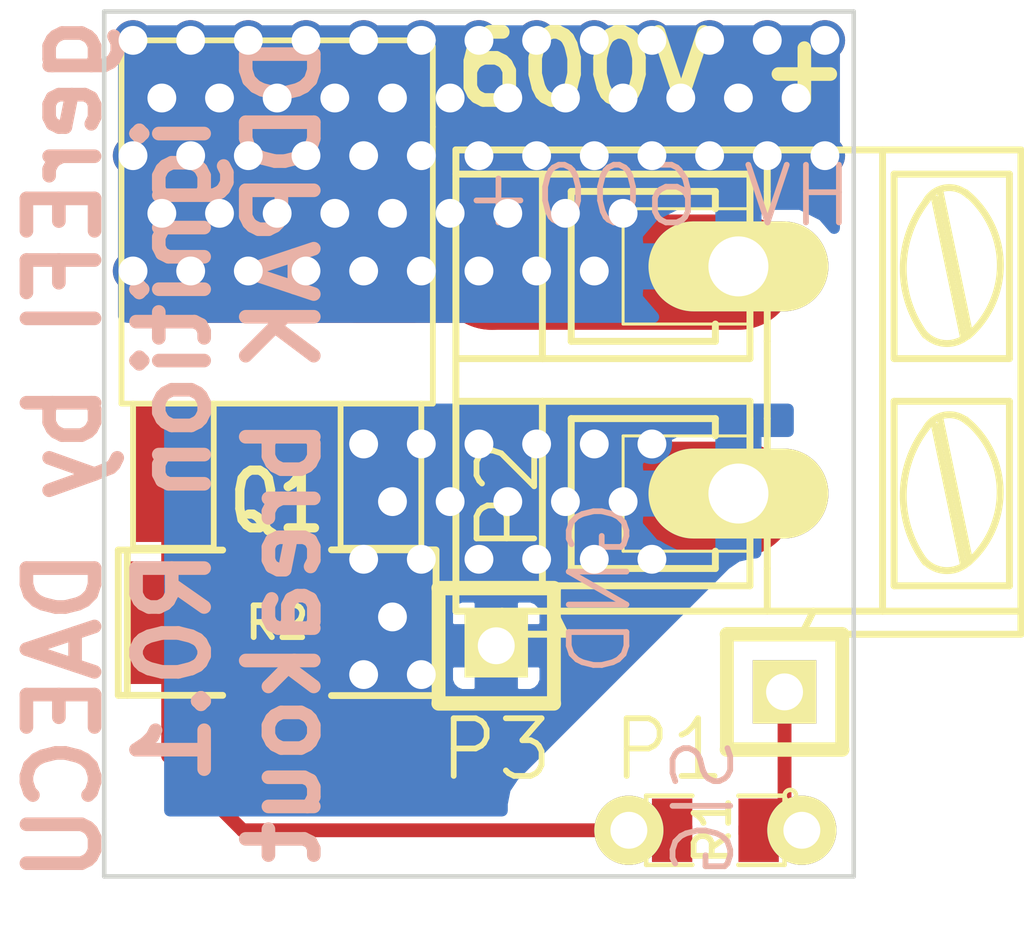
<source format=kicad_pcb>
(kicad_pcb (version 3) (host pcbnew "(2013-07-07 BZR 4022)-stable")

  (general
    (links 11)
    (no_connects 0)
    (area 200.225429 155.709477 231.089201 180.234166)
    (thickness 1.6)
    (drawings 13)
    (tracks 188)
    (zones 0)
    (modules 6)
    (nets 5)
  )

  (page A)
  (title_block 
    (title "DDPAK breakout")
    (rev R0.1)
    (company gerEFI)
  )

  (layers
    (15 F.Cu signal)
    (0 B.Cu signal)
    (16 B.Adhes user)
    (17 F.Adhes user)
    (18 B.Paste user)
    (19 F.Paste user)
    (20 B.SilkS user)
    (21 F.SilkS user)
    (22 B.Mask user)
    (23 F.Mask user)
    (24 Dwgs.User user)
    (25 Cmts.User user)
    (26 Eco1.User user)
    (27 Eco2.User user)
    (28 Edge.Cuts user)
  )

  (setup
    (last_trace_width 0.3048)
    (trace_clearance 0.3048)
    (zone_clearance 0.254)
    (zone_45_only no)
    (trace_min 0.254)
    (segment_width 0.2)
    (edge_width 0.1)
    (via_size 0.889)
    (via_drill 0.635)
    (via_min_size 0.889)
    (via_min_drill 0.508)
    (uvia_size 0.508)
    (uvia_drill 0.127)
    (uvias_allowed no)
    (uvia_min_size 0.508)
    (uvia_min_drill 0.127)
    (pcb_text_width 0.3)
    (pcb_text_size 1.5 1.5)
    (mod_edge_width 0.15)
    (mod_text_size 1 1)
    (mod_text_width 0.15)
    (pad_size 1.5 1.5)
    (pad_drill 0.6)
    (pad_to_mask_clearance 0)
    (aux_axis_origin 0 0)
    (visible_elements 7FFFFF3F)
    (pcbplotparams
      (layerselection 3178497)
      (usegerberextensions true)
      (excludeedgelayer true)
      (linewidth 0.150000)
      (plotframeref false)
      (viasonmask false)
      (mode 1)
      (useauxorigin false)
      (hpglpennumber 1)
      (hpglpenspeed 20)
      (hpglpendiameter 15)
      (hpglpenoverlay 2)
      (psnegative false)
      (psa4output false)
      (plotreference true)
      (plotvalue true)
      (plotothertext true)
      (plotinvisibletext false)
      (padsonsilk false)
      (subtractmaskfromsilk false)
      (outputformat 1)
      (mirror false)
      (drillshape 1)
      (scaleselection 1)
      (outputdirectory ""))
  )

  (net 0 "")
  (net 1 /GND)
  (net 2 /HV)
  (net 3 /SIG)
  (net 4 /SIG2)

  (net_class Default "This is the default net class."
    (clearance 0.3048)
    (trace_width 0.3048)
    (via_dia 0.889)
    (via_drill 0.635)
    (uvia_dia 0.508)
    (uvia_drill 0.127)
    (add_net "")
    (add_net /GND)
    (add_net /HV)
    (add_net /SIG)
    (add_net /SIG2)
  )

  (net_class FAT ""
    (clearance 1.7526)
    (trace_width 2.54)
    (via_dia 0.889)
    (via_drill 0.635)
    (uvia_dia 0.508)
    (uvia_drill 0.127)
  )

  (net_class MIN ""
    (clearance 2.54)
    (trace_width 0.3048)
    (via_dia 0.889)
    (via_drill 0.635)
    (uvia_dia 0.508)
    (uvia_drill 0.127)
  )

  (module SM0805_jumper (layer F.Cu) (tedit 53B680BA) (tstamp 544A797B)
    (at 221.742 176.784 180)
    (path /54499D02)
    (attr smd)
    (fp_text reference R1 (at 0.0635 0 270) (layer F.SilkS)
      (effects (font (size 0.762 0.762) (thickness 0.127)))
    )
    (fp_text value 1K (at 0 1.27 180) (layer F.SilkS) hide
      (effects (font (size 0.50038 0.50038) (thickness 0.10922)))
    )
    (fp_circle (center -1.651 0.762) (end -1.651 0.635) (layer F.SilkS) (width 0.09906))
    (fp_line (start -0.508 0.762) (end -1.524 0.762) (layer F.SilkS) (width 0.09906))
    (fp_line (start -1.524 0.762) (end -1.524 -0.762) (layer F.SilkS) (width 0.09906))
    (fp_line (start -1.524 -0.762) (end -0.508 -0.762) (layer F.SilkS) (width 0.09906))
    (fp_line (start 0.508 -0.762) (end 1.524 -0.762) (layer F.SilkS) (width 0.09906))
    (fp_line (start 1.524 -0.762) (end 1.524 0.762) (layer F.SilkS) (width 0.09906))
    (fp_line (start 1.524 0.762) (end 0.508 0.762) (layer F.SilkS) (width 0.09906))
    (pad 2 smd rect (at 1.27 0 180) (size 1.524 0.2032)
      (layers F.Cu F.Paste F.Mask)
      (net 4 /SIG2)
    )
    (pad 1 smd rect (at -0.9525 0 180) (size 0.889 1.397)
      (layers F.Cu F.Paste F.Mask)
      (net 3 /SIG)
    )
    (pad 2 smd rect (at 0.9525 0 180) (size 0.889 1.397)
      (layers F.Cu F.Paste F.Mask)
      (net 4 /SIG2)
    )
    (pad 2 thru_hole circle (at 1.905 0 180) (size 1.524 1.524) (drill 0.8128)
      (layers *.Cu *.Mask F.SilkS)
      (net 4 /SIG2)
    )
    (pad 1 thru_hole circle (at -1.905 0 180) (size 1.524 1.524) (drill 0.8128)
      (layers *.Cu *.Mask F.SilkS)
      (net 3 /SIG)
    )
    (pad 1 smd rect (at -1.27 0 180) (size 1.524 0.2032)
      (layers F.Cu F.Paste F.Mask)
      (net 3 /SIG)
    )
    (model smd/chip_cms.wrl
      (at (xyz 0 0 0))
      (scale (xyz 0.1 0.1 0.1))
      (rotate (xyz 0 0 0))
    )
  )

  (module DPAK2 (layer F.Cu) (tedit 5449A3A9) (tstamp 5449C06D)
    (at 212.09 168.91)
    (descr "MOS boitier DPACK G-D-S")
    (tags "CMD DPACK")
    (path /5498B4BA)
    (attr smd)
    (fp_text reference Q1 (at 0 0.635) (layer F.SilkS)
      (effects (font (size 1.27 1.016) (thickness 0.2032)))
    )
    (fp_text value IRGS14C40L (at 0 -2.413) (layer F.SilkS) hide
      (effects (font (size 1.016 1.016) (thickness 0.2032)))
    )
    (fp_line (start 1.397 -1.524) (end 1.397 1.651) (layer F.SilkS) (width 0.127))
    (fp_line (start 1.397 1.651) (end 3.175 1.651) (layer F.SilkS) (width 0.127))
    (fp_line (start 3.175 1.651) (end 3.175 -1.524) (layer F.SilkS) (width 0.127))
    (fp_line (start -3.175 -1.524) (end -3.175 1.651) (layer F.SilkS) (width 0.127))
    (fp_line (start -3.175 1.651) (end -1.397 1.651) (layer F.SilkS) (width 0.127))
    (fp_line (start -1.397 1.651) (end -1.397 -1.524) (layer F.SilkS) (width 0.127))
    (fp_line (start 3.429 -7.62) (end 3.429 -1.524) (layer F.SilkS) (width 0.127))
    (fp_line (start 3.429 -1.524) (end -3.429 -1.524) (layer F.SilkS) (width 0.127))
    (fp_line (start -3.429 -1.524) (end -3.429 -9.398) (layer F.SilkS) (width 0.127))
    (fp_line (start -3.429 -9.525) (end 3.429 -9.525) (layer F.SilkS) (width 0.127))
    (fp_line (start 3.429 -9.398) (end 3.429 -7.62) (layer F.SilkS) (width 0.127))
    (pad 1 smd rect (at -2.286 0) (size 1.651 3.048)
      (layers F.Cu F.Paste F.Mask)
      (net 4 /SIG2)
    )
    (pad 2 smd rect (at 0 -6.35) (size 6.096 6.096)
      (layers F.Cu F.Paste F.Mask)
      (net 2 /HV)
    )
    (pad 3 smd rect (at 2.286 0) (size 1.651 3.048)
      (layers F.Cu F.Paste F.Mask)
      (net 1 /GND)
    )
    (model smd/dpack_2.wrl
      (at (xyz 0 0 0))
      (scale (xyz 1 1 1))
      (rotate (xyz 0 0 0))
    )
  )

  (module AK300-2 (layer F.Cu) (tedit 544A157D) (tstamp 544A2601)
    (at 222.25 166.878 270)
    (descr CONNECTOR)
    (tags CONNECTOR)
    (path /5449A1BA)
    (attr virtual)
    (fp_text reference P2 (at 2.54 5.08 270) (layer F.SilkS)
      (effects (font (size 1.27 1.27) (thickness 0.127)))
    )
    (fp_text value CONN_2 (at 0.254 7.747 270) (layer F.SilkS) hide
      (effects (font (size 1.778 1.778) (thickness 0.0889)))
    )
    (fp_line (start -3.7846 2.54) (end -1.2446 2.54) (layer F.SilkS) (width 0.06604))
    (fp_line (start -1.2446 2.54) (end -1.2446 -0.254) (layer F.SilkS) (width 0.06604))
    (fp_line (start -3.7846 -0.254) (end -1.2446 -0.254) (layer F.SilkS) (width 0.06604))
    (fp_line (start -3.7846 2.54) (end -3.7846 -0.254) (layer F.SilkS) (width 0.06604))
    (fp_line (start 1.2192 2.54) (end 3.7592 2.54) (layer F.SilkS) (width 0.06604))
    (fp_line (start 3.7592 2.54) (end 3.7592 -0.254) (layer F.SilkS) (width 0.06604))
    (fp_line (start 1.2192 -0.254) (end 3.7592 -0.254) (layer F.SilkS) (width 0.06604))
    (fp_line (start 1.2192 2.54) (end 1.2192 -0.254) (layer F.SilkS) (width 0.06604))
    (fp_line (start 5.08 -6.223) (end 5.08 -3.175) (layer F.SilkS) (width 0.1524))
    (fp_line (start 5.08 -6.223) (end -5.08 -6.223) (layer F.SilkS) (width 0.1524))
    (fp_line (start 5.08 -6.223) (end 5.588 -6.223) (layer F.SilkS) (width 0.1524))
    (fp_line (start 5.588 -6.223) (end 5.588 -1.397) (layer F.SilkS) (width 0.1524))
    (fp_line (start 5.588 -1.397) (end 5.08 -1.651) (layer F.SilkS) (width 0.1524))
    (fp_line (start 5.588 5.461) (end 5.08 5.207) (layer F.SilkS) (width 0.1524))
    (fp_line (start 5.08 5.207) (end 5.08 6.223) (layer F.SilkS) (width 0.1524))
    (fp_line (start 5.588 3.81) (end 5.08 4.064) (layer F.SilkS) (width 0.1524))
    (fp_line (start 5.08 4.064) (end 5.08 5.207) (layer F.SilkS) (width 0.1524))
    (fp_line (start 5.588 3.81) (end 5.588 5.461) (layer F.SilkS) (width 0.1524))
    (fp_line (start 0.4572 6.223) (end 0.4572 4.318) (layer F.SilkS) (width 0.1524))
    (fp_line (start 4.5212 -0.254) (end 4.5212 4.318) (layer F.SilkS) (width 0.1524))
    (fp_line (start 0.4572 6.223) (end 4.5212 6.223) (layer F.SilkS) (width 0.1524))
    (fp_line (start 4.5212 6.223) (end 5.08 6.223) (layer F.SilkS) (width 0.1524))
    (fp_line (start -0.4826 6.223) (end -0.4826 4.318) (layer F.SilkS) (width 0.1524))
    (fp_line (start -0.4826 6.223) (end 0.4572 6.223) (layer F.SilkS) (width 0.1524))
    (fp_line (start -4.5466 -0.254) (end -4.5466 4.318) (layer F.SilkS) (width 0.1524))
    (fp_line (start -5.08 6.223) (end -4.5466 6.223) (layer F.SilkS) (width 0.1524))
    (fp_line (start -4.5466 6.223) (end -0.4826 6.223) (layer F.SilkS) (width 0.1524))
    (fp_line (start 0.4572 4.318) (end 4.5212 4.318) (layer F.SilkS) (width 0.1524))
    (fp_line (start 0.4572 4.318) (end 0.4572 -0.254) (layer F.SilkS) (width 0.1524))
    (fp_line (start 4.5212 4.318) (end 4.5212 6.223) (layer F.SilkS) (width 0.1524))
    (fp_line (start -0.4826 4.318) (end -4.5466 4.318) (layer F.SilkS) (width 0.1524))
    (fp_line (start -0.4826 4.318) (end -0.4826 -0.254) (layer F.SilkS) (width 0.1524))
    (fp_line (start -4.5466 4.318) (end -4.5466 6.223) (layer F.SilkS) (width 0.1524))
    (fp_line (start 4.1402 3.683) (end 4.1402 0.508) (layer F.SilkS) (width 0.1524))
    (fp_line (start 4.1402 3.683) (end 0.8382 3.683) (layer F.SilkS) (width 0.1524))
    (fp_line (start 0.8382 3.683) (end 0.8382 0.508) (layer F.SilkS) (width 0.1524))
    (fp_line (start -0.8636 3.683) (end -0.8636 0.508) (layer F.SilkS) (width 0.1524))
    (fp_line (start -0.8636 3.683) (end -4.1656 3.683) (layer F.SilkS) (width 0.1524))
    (fp_line (start -4.1656 3.683) (end -4.1656 0.508) (layer F.SilkS) (width 0.1524))
    (fp_line (start -4.1656 0.508) (end -3.7846 0.508) (layer F.SilkS) (width 0.1524))
    (fp_line (start -0.8636 0.508) (end -1.2446 0.508) (layer F.SilkS) (width 0.1524))
    (fp_line (start 0.8382 0.508) (end 1.2192 0.508) (layer F.SilkS) (width 0.1524))
    (fp_line (start 4.1402 0.508) (end 3.7592 0.508) (layer F.SilkS) (width 0.1524))
    (fp_line (start -5.08 6.223) (end -5.08 -0.635) (layer F.SilkS) (width 0.1524))
    (fp_line (start -5.08 -0.635) (end -5.08 -3.175) (layer F.SilkS) (width 0.1524))
    (fp_line (start 5.08 -1.651) (end 5.08 -0.635) (layer F.SilkS) (width 0.1524))
    (fp_line (start 5.08 -0.635) (end 5.08 4.064) (layer F.SilkS) (width 0.1524))
    (fp_line (start -5.08 -3.175) (end 5.08 -3.175) (layer F.SilkS) (width 0.1524))
    (fp_line (start -5.08 -3.175) (end -5.08 -6.223) (layer F.SilkS) (width 0.1524))
    (fp_line (start 5.08 -3.175) (end 5.08 -1.651) (layer F.SilkS) (width 0.1524))
    (fp_line (start 0.4572 -3.429) (end 0.4572 -5.969) (layer F.SilkS) (width 0.1524))
    (fp_line (start 0.4572 -5.969) (end 4.5212 -5.969) (layer F.SilkS) (width 0.1524))
    (fp_line (start 4.5212 -5.969) (end 4.5212 -3.429) (layer F.SilkS) (width 0.1524))
    (fp_line (start 4.5212 -3.429) (end 0.4572 -3.429) (layer F.SilkS) (width 0.1524))
    (fp_line (start -0.4826 -3.429) (end -0.4826 -5.969) (layer F.SilkS) (width 0.1524))
    (fp_line (start -0.4826 -3.429) (end -4.5466 -3.429) (layer F.SilkS) (width 0.1524))
    (fp_line (start -4.5466 -3.429) (end -4.5466 -5.969) (layer F.SilkS) (width 0.1524))
    (fp_line (start -0.4826 -5.969) (end -4.5466 -5.969) (layer F.SilkS) (width 0.1524))
    (fp_line (start 0.8636 -4.445) (end 3.9116 -5.08) (layer F.SilkS) (width 0.1524))
    (fp_line (start 0.9906 -4.318) (end 4.0386 -4.953) (layer F.SilkS) (width 0.1524))
    (fp_line (start -4.1402 -4.445) (end -1.08966 -5.08) (layer F.SilkS) (width 0.1524))
    (fp_line (start -4.0132 -4.318) (end -0.9652 -4.953) (layer F.SilkS) (width 0.1524))
    (fp_line (start -4.5466 -0.254) (end -4.1656 -0.254) (layer F.SilkS) (width 0.1524))
    (fp_line (start -0.4826 -0.254) (end -0.8636 -0.254) (layer F.SilkS) (width 0.1524))
    (fp_line (start -0.8636 -0.254) (end -4.1656 -0.254) (layer F.SilkS) (width 0.1524))
    (fp_line (start -5.08 -0.635) (end -4.1656 -0.635) (layer F.SilkS) (width 0.1524))
    (fp_line (start -4.1656 -0.635) (end -0.8636 -0.635) (layer F.SilkS) (width 0.1524))
    (fp_line (start -0.8636 -0.635) (end 0.8382 -0.635) (layer F.SilkS) (width 0.1524))
    (fp_line (start 5.08 -0.635) (end 4.1402 -0.635) (layer F.SilkS) (width 0.1524))
    (fp_line (start 4.1402 -0.635) (end 0.8382 -0.635) (layer F.SilkS) (width 0.1524))
    (fp_line (start 4.5212 -0.254) (end 4.1402 -0.254) (layer F.SilkS) (width 0.1524))
    (fp_line (start 0.4572 -0.254) (end 0.8382 -0.254) (layer F.SilkS) (width 0.1524))
    (fp_line (start 0.8382 -0.254) (end 4.1402 -0.254) (layer F.SilkS) (width 0.1524))
    (fp_arc (start 3.5052 -4.59486) (end 4.01066 -5.05206) (angle 90.5) (layer F.SilkS) (width 0.1524))
    (fp_arc (start 2.54 -6.0706) (end 4.00304 -4.11734) (angle 75.5) (layer F.SilkS) (width 0.1524))
    (fp_arc (start 2.46126 -3.7084) (end 0.8636 -5.0038) (angle 100) (layer F.SilkS) (width 0.1524))
    (fp_arc (start 1.3462 -4.64566) (end 1.05664 -4.1275) (angle 104.2) (layer F.SilkS) (width 0.1524))
    (fp_arc (start -1.4986 -4.59486) (end -0.9906 -5.05206) (angle 90.5) (layer F.SilkS) (width 0.1524))
    (fp_arc (start -2.46126 -6.0706) (end -0.99822 -4.11734) (angle 75.5) (layer F.SilkS) (width 0.1524))
    (fp_arc (start -2.53746 -3.7084) (end -4.1402 -5.0038) (angle 100) (layer F.SilkS) (width 0.1524))
    (fp_arc (start -3.6576 -4.64566) (end -3.94462 -4.1275) (angle 104.2) (layer F.SilkS) (width 0.1524))
    (pad 1 thru_hole oval (at -2.5146 0 270) (size 1.9812 3.9624) (drill 1.3208)
      (layers *.Cu F.Paste F.SilkS F.Mask)
      (net 2 /HV)
    )
    (pad 2 thru_hole oval (at 2.4892 0 270) (size 1.9812 3.9624) (drill 1.3208)
      (layers *.Cu F.Paste F.SilkS F.Mask)
      (net 1 /GND)
    )
  )

  (module SM2010 (layer F.Cu) (tedit 544A1B10) (tstamp 5449C04A)
    (at 212.09 172.212)
    (tags "CMS SM")
    (path /54499C42)
    (attr smd)
    (fp_text reference R2 (at 0 0) (layer F.SilkS)
      (effects (font (size 0.70104 0.70104) (thickness 0.127)))
    )
    (fp_text value 100K (at 0 0.8) (layer F.SilkS) hide
      (effects (font (size 0.70104 0.70104) (thickness 0.127)))
    )
    (fp_line (start -3.3 -1.6) (end -3.3 1.6) (layer F.SilkS) (width 0.15))
    (fp_line (start 3.50012 -1.6002) (end 3.50012 1.6002) (layer F.SilkS) (width 0.15))
    (fp_line (start -3.5 -1.6) (end -3.5 1.6) (layer F.SilkS) (width 0.15))
    (fp_line (start 1.19634 1.60528) (end 3.48234 1.60528) (layer F.SilkS) (width 0.15))
    (fp_line (start 3.48234 -1.60528) (end 1.19634 -1.60528) (layer F.SilkS) (width 0.15))
    (fp_line (start -1.2 -1.6) (end -3.5 -1.6) (layer F.SilkS) (width 0.15))
    (fp_line (start -3.5 1.6) (end -1.2 1.6) (layer F.SilkS) (width 0.15))
    (pad 1 smd rect (at -2.4003 0) (size 1.80086 2.70002)
      (layers F.Cu F.Paste F.Mask)
      (net 4 /SIG2)
    )
    (pad 2 smd rect (at 2.4003 0) (size 1.80086 2.70002)
      (layers F.Cu F.Paste F.Mask)
      (net 1 /GND)
    )
    (model smd\chip_smd_pol_wide.wrl
      (at (xyz 0 0 0))
      (scale (xyz 0.35 0.35 0.35))
      (rotate (xyz 0 0 0))
    )
  )

  (module SIL-1 (layer F.Cu) (tedit 544A1D71) (tstamp 544A798F)
    (at 216.916 172.72)
    (descr "Connecteurs 1 pin")
    (tags "CONN DEV")
    (path /544A1CD8)
    (fp_text reference P3 (at 0 2.286) (layer F.SilkS)
      (effects (font (size 1.27 1.27) (thickness 0.127)))
    )
    (fp_text value CONN_1 (at 0 -2.54) (layer F.SilkS) hide
      (effects (font (size 1.524 1.016) (thickness 0.254)))
    )
    (fp_line (start -1.27 1.27) (end 1.27 1.27) (layer F.SilkS) (width 0.3175))
    (fp_line (start -1.27 -1.27) (end 1.27 -1.27) (layer F.SilkS) (width 0.3175))
    (fp_line (start -1.27 1.27) (end -1.27 -1.27) (layer F.SilkS) (width 0.3048))
    (fp_line (start 1.27 -1.27) (end 1.27 1.27) (layer F.SilkS) (width 0.3048))
    (pad 1 thru_hole rect (at 0 0) (size 1.397 1.397) (drill 0.8128)
      (layers *.Cu *.Mask F.SilkS)
      (net 1 /GND)
    )
  )

  (module SIL-1 (layer F.Cu) (tedit 544A1F68) (tstamp 544A7985)
    (at 223.266 173.736 180)
    (descr "Connecteurs 1 pin")
    (tags "CONN DEV")
    (path /544A1CBF)
    (fp_text reference P1 (at 2.54 -1.27 180) (layer F.SilkS)
      (effects (font (size 1.27 1.27) (thickness 0.127)))
    )
    (fp_text value CONN_1 (at 0 -2.54 180) (layer F.SilkS) hide
      (effects (font (size 1.524 1.016) (thickness 0.254)))
    )
    (fp_line (start -1.27 1.27) (end 1.27 1.27) (layer F.SilkS) (width 0.3175))
    (fp_line (start -1.27 -1.27) (end 1.27 -1.27) (layer F.SilkS) (width 0.3175))
    (fp_line (start -1.27 1.27) (end -1.27 -1.27) (layer F.SilkS) (width 0.3048))
    (fp_line (start 1.27 -1.27) (end 1.27 1.27) (layer F.SilkS) (width 0.3048))
    (pad 1 thru_hole rect (at 0 0 180) (size 1.397 1.397) (drill 0.8128)
      (layers *.Cu *.Mask F.SilkS)
      (net 3 /SIG)
    )
  )

  (gr_text "HV 600+" (at 220.472 162.814) (layer B.SilkS)
    (effects (font (size 1.27 1.27) (thickness 0.127)) (justify mirror))
  )
  (gr_text SIG (at 221.488 176.276 90) (layer B.SilkS)
    (effects (font (size 1.27 1.27) (thickness 0.127)) (justify mirror))
  )
  (gr_text GND (at 219.202 171.45 90) (layer B.SilkS)
    (effects (font (size 1.27 1.27) (thickness 0.127)) (justify mirror))
  )
  (gr_text "gerEFI by DAECU\nignition R0.1\nDDPAK breakout\n" (at 209.804 168.402 90) (layer B.SilkS)
    (effects (font (size 1.5 1.5) (thickness 0.3)) (justify mirror))
  )
  (gr_line (start 208.28 177.8) (end 208.28 177.038) (angle 90) (layer Edge.Cuts) (width 0.1))
  (gr_line (start 224.79 177.8) (end 224.79 177.038) (angle 90) (layer Edge.Cuts) (width 0.1))
  (gr_line (start 208.28 176.53) (end 208.28 177.038) (angle 90) (layer Edge.Cuts) (width 0.1))
  (gr_line (start 224.79 176.53) (end 224.79 177.038) (angle 90) (layer Edge.Cuts) (width 0.1))
  (gr_text "600V +" (at 220.345 160.02) (layer F.SilkS)
    (effects (font (size 1.5 1.5) (thickness 0.3)))
  )
  (gr_line (start 224.79 177.8) (end 208.28 177.8) (angle 90) (layer Edge.Cuts) (width 0.1))
  (gr_line (start 224.79 158.75) (end 224.79 176.53) (angle 90) (layer Edge.Cuts) (width 0.1))
  (gr_line (start 208.28 158.75) (end 224.79 158.75) (angle 90) (layer Edge.Cuts) (width 0.1))
  (gr_line (start 208.28 176.53) (end 208.28 158.75) (angle 90) (layer Edge.Cuts) (width 0.1))

  (segment (start 222.25 169.3672) (end 215.0872 169.3672) (width 0.3048) (layer B.Cu) (net 1))
  (segment (start 215.0872 169.3672) (end 213.995 168.275) (width 0.3048) (layer B.Cu) (net 1) (tstamp 544A7AE7))
  (via (at 213.995 168.275) (size 0.889) (layers F.Cu B.Cu) (net 1))
  (segment (start 213.995 168.275) (end 215.265 168.275) (width 0.3048) (layer F.Cu) (net 1) (tstamp 544A7AE9))
  (via (at 215.265 168.275) (size 0.889) (layers F.Cu B.Cu) (net 1))
  (segment (start 215.265 168.275) (end 216.535 168.275) (width 0.3048) (layer B.Cu) (net 1) (tstamp 544A7AEC))
  (via (at 216.535 168.275) (size 0.889) (layers F.Cu B.Cu) (net 1))
  (segment (start 216.535 168.275) (end 217.805 168.275) (width 0.3048) (layer F.Cu) (net 1) (tstamp 544A7AEF))
  (via (at 217.805 168.275) (size 0.889) (layers F.Cu B.Cu) (net 1))
  (segment (start 217.805 168.275) (end 219.075 168.275) (width 0.3048) (layer B.Cu) (net 1) (tstamp 544A7AF2))
  (via (at 219.075 168.275) (size 0.889) (layers F.Cu B.Cu) (net 1))
  (segment (start 219.075 168.275) (end 220.345 168.275) (width 0.3048) (layer F.Cu) (net 1) (tstamp 544A7AF5))
  (via (at 220.345 168.275) (size 0.889) (layers F.Cu B.Cu) (net 1))
  (segment (start 220.345 168.275) (end 219.71 168.91) (width 0.3048) (layer B.Cu) (net 1) (tstamp 544A7AF8))
  (segment (start 219.71 168.91) (end 219.71 169.545) (width 0.3048) (layer B.Cu) (net 1) (tstamp 544A7AF9))
  (via (at 219.71 169.545) (size 0.889) (layers F.Cu B.Cu) (net 1))
  (segment (start 219.71 169.545) (end 218.44 169.545) (width 0.3048) (layer F.Cu) (net 1) (tstamp 544A7AFB))
  (via (at 218.44 169.545) (size 0.889) (layers F.Cu B.Cu) (net 1))
  (segment (start 218.44 169.545) (end 217.17 169.545) (width 0.3048) (layer B.Cu) (net 1) (tstamp 544A7AFE))
  (via (at 217.17 169.545) (size 0.889) (layers F.Cu B.Cu) (net 1))
  (segment (start 217.17 169.545) (end 215.9 169.545) (width 0.3048) (layer F.Cu) (net 1) (tstamp 544A7B01))
  (via (at 215.9 169.545) (size 0.889) (layers F.Cu B.Cu) (net 1))
  (segment (start 215.9 169.545) (end 214.63 169.545) (width 0.3048) (layer B.Cu) (net 1) (tstamp 544A7B04))
  (via (at 214.63 169.545) (size 0.889) (layers F.Cu B.Cu) (net 1))
  (segment (start 214.63 169.545) (end 213.995 170.18) (width 0.3048) (layer F.Cu) (net 1) (tstamp 544A7B07))
  (segment (start 213.995 170.18) (end 213.995 170.815) (width 0.3048) (layer F.Cu) (net 1) (tstamp 544A7B08))
  (via (at 213.995 170.815) (size 0.889) (layers F.Cu B.Cu) (net 1))
  (segment (start 213.995 170.815) (end 215.265 170.815) (width 0.3048) (layer B.Cu) (net 1) (tstamp 544A7B0A))
  (via (at 215.265 170.815) (size 0.889) (layers F.Cu B.Cu) (net 1))
  (segment (start 215.265 170.815) (end 216.535 170.815) (width 0.3048) (layer F.Cu) (net 1) (tstamp 544A7B0D))
  (via (at 216.535 170.815) (size 0.889) (layers F.Cu B.Cu) (net 1))
  (segment (start 216.535 170.815) (end 217.805 170.815) (width 0.3048) (layer B.Cu) (net 1) (tstamp 544A7B10))
  (via (at 217.805 170.815) (size 0.889) (layers F.Cu B.Cu) (net 1))
  (segment (start 217.805 170.815) (end 219.075 170.815) (width 0.3048) (layer F.Cu) (net 1) (tstamp 544A7B13))
  (via (at 219.075 170.815) (size 0.889) (layers F.Cu B.Cu) (net 1))
  (segment (start 219.075 170.815) (end 220.345 170.815) (width 0.3048) (layer B.Cu) (net 1) (tstamp 544A7B16))
  (via (at 220.345 170.815) (size 0.889) (layers F.Cu B.Cu) (net 1))
  (segment (start 220.345 170.815) (end 215.265 170.815) (width 0.3048) (layer F.Cu) (net 1) (tstamp 544A7B19))
  (segment (start 215.265 170.815) (end 214.63 171.45) (width 0.3048) (layer F.Cu) (net 1) (tstamp 544A7B1A))
  (segment (start 214.63 171.45) (end 214.63 172.085) (width 0.3048) (layer F.Cu) (net 1) (tstamp 544A7B1B))
  (via (at 214.63 172.085) (size 0.889) (layers F.Cu B.Cu) (net 1))
  (segment (start 214.63 172.085) (end 213.995 172.72) (width 0.3048) (layer B.Cu) (net 1) (tstamp 544A7B1D))
  (segment (start 213.995 172.72) (end 213.995 173.355) (width 0.3048) (layer B.Cu) (net 1) (tstamp 544A7B1E))
  (via (at 213.995 173.355) (size 0.889) (layers F.Cu B.Cu) (net 1))
  (segment (start 213.995 173.355) (end 215.265 173.355) (width 0.3048) (layer F.Cu) (net 1) (tstamp 544A7B21))
  (via (at 215.265 173.355) (size 0.889) (layers F.Cu B.Cu) (net 1))
  (segment (start 216.916 172.72) (end 214.9983 172.72) (width 0.3048) (layer F.Cu) (net 1))
  (segment (start 214.9983 172.72) (end 214.4903 172.212) (width 0.3048) (layer F.Cu) (net 1) (tstamp 544A7A2A))
  (segment (start 222.25 169.4942) (end 214.9602 169.4942) (width 2.54) (layer F.Cu) (net 1))
  (segment (start 214.9602 169.4942) (end 214.376 168.91) (width 2.54) (layer F.Cu) (net 1) (tstamp 544A26A4))
  (segment (start 214.4903 172.212) (end 214.4903 169.0243) (width 0.3048) (layer F.Cu) (net 1))
  (segment (start 214.4903 169.0243) (end 214.376 168.91) (width 0.3048) (layer F.Cu) (net 1) (tstamp 544A77FE))
  (segment (start 212.09 162.56) (end 212.725 162.56) (width 0.3048) (layer F.Cu) (net 2))
  (segment (start 212.725 162.56) (end 213.36 163.195) (width 0.3048) (layer F.Cu) (net 2) (tstamp 544A7AD1))
  (via (at 213.36 163.195) (size 0.889) (layers F.Cu B.Cu) (net 2))
  (segment (start 213.36 163.195) (end 212.09 163.195) (width 0.3048) (layer B.Cu) (net 2) (tstamp 544A7AD3))
  (via (at 212.09 163.195) (size 0.889) (layers F.Cu B.Cu) (net 2))
  (segment (start 212.09 163.195) (end 213.36 164.465) (width 0.3048) (layer F.Cu) (net 2) (tstamp 544A7AD6))
  (segment (start 213.36 164.465) (end 213.995 164.465) (width 0.3048) (layer F.Cu) (net 2) (tstamp 544A7AD7))
  (via (at 213.995 164.465) (size 0.889) (layers F.Cu B.Cu) (net 2))
  (segment (start 213.995 164.465) (end 215.265 164.465) (width 0.3048) (layer B.Cu) (net 2) (tstamp 544A7AD9))
  (via (at 215.265 164.465) (size 0.889) (layers F.Cu B.Cu) (net 2))
  (segment (start 215.265 164.465) (end 216.535 164.465) (width 0.3048) (layer F.Cu) (net 2) (tstamp 544A7ADC))
  (via (at 216.535 164.465) (size 0.889) (layers F.Cu B.Cu) (net 2))
  (segment (start 216.535 164.465) (end 217.805 164.465) (width 0.3048) (layer B.Cu) (net 2) (tstamp 544A7ADF))
  (via (at 217.805 164.465) (size 0.889) (layers F.Cu B.Cu) (net 2))
  (segment (start 217.805 164.465) (end 219.075 164.465) (width 0.3048) (layer F.Cu) (net 2) (tstamp 544A7AE2))
  (via (at 219.075 164.465) (size 0.889) (layers F.Cu B.Cu) (net 2))
  (segment (start 208.915 161.925) (end 208.915 162.56) (width 0.3048) (layer F.Cu) (net 2))
  (segment (start 208.915 162.56) (end 209.55 163.195) (width 0.3048) (layer F.Cu) (net 2) (tstamp 544A7ABB))
  (via (at 209.55 163.195) (size 0.889) (layers F.Cu B.Cu) (net 2))
  (segment (start 209.55 163.195) (end 210.82 163.195) (width 0.3048) (layer B.Cu) (net 2) (tstamp 544A7ABD))
  (via (at 210.82 163.195) (size 0.889) (layers F.Cu B.Cu) (net 2))
  (segment (start 210.82 163.195) (end 209.55 164.465) (width 0.3048) (layer F.Cu) (net 2) (tstamp 544A7AC0))
  (segment (start 209.55 164.465) (end 208.915 164.465) (width 0.3048) (layer F.Cu) (net 2) (tstamp 544A7AC1))
  (via (at 208.915 164.465) (size 0.889) (layers F.Cu B.Cu) (net 2))
  (segment (start 208.915 164.465) (end 210.185 164.465) (width 0.3048) (layer B.Cu) (net 2) (tstamp 544A7AC3))
  (via (at 210.185 164.465) (size 0.889) (layers F.Cu B.Cu) (net 2))
  (segment (start 210.185 164.465) (end 211.455 164.465) (width 0.3048) (layer F.Cu) (net 2) (tstamp 544A7AC6))
  (via (at 211.455 164.465) (size 0.889) (layers F.Cu B.Cu) (net 2))
  (segment (start 211.455 164.465) (end 212.725 164.465) (width 0.3048) (layer B.Cu) (net 2) (tstamp 544A7AC9))
  (via (at 212.725 164.465) (size 0.889) (layers F.Cu B.Cu) (net 2))
  (segment (start 212.725 164.465) (end 212.7504 164.4904) (width 0.3048) (layer F.Cu) (net 2) (tstamp 544A7ACC))
  (segment (start 212.7504 164.4904) (end 213.7156 164.4904) (width 0.3048) (layer F.Cu) (net 2) (tstamp 544A7ACD))
  (segment (start 213.7156 164.4904) (end 213.868 164.338) (width 0.3048) (layer F.Cu) (net 2) (tstamp 544A7ACE))
  (segment (start 213.868 164.338) (end 212.09 162.56) (width 0.3048) (layer F.Cu) (net 2) (tstamp 544A7ACF))
  (segment (start 224.155 159.385) (end 224.155 160.02) (width 0.3048) (layer F.Cu) (net 2))
  (segment (start 224.155 160.02) (end 223.52 160.655) (width 0.3048) (layer F.Cu) (net 2) (tstamp 544A7A5F))
  (via (at 223.52 160.655) (size 0.889) (layers F.Cu B.Cu) (net 2))
  (segment (start 223.52 160.655) (end 222.25 160.655) (width 0.3048) (layer B.Cu) (net 2) (tstamp 544A7A61))
  (via (at 222.25 160.655) (size 0.889) (layers F.Cu B.Cu) (net 2))
  (segment (start 222.25 160.655) (end 220.98 160.655) (width 0.3048) (layer F.Cu) (net 2) (tstamp 544A7A64))
  (via (at 220.98 160.655) (size 0.889) (layers F.Cu B.Cu) (net 2))
  (segment (start 220.98 160.655) (end 219.71 160.655) (width 0.3048) (layer B.Cu) (net 2) (tstamp 544A7A67))
  (via (at 219.71 160.655) (size 0.889) (layers F.Cu B.Cu) (net 2))
  (segment (start 219.71 160.655) (end 218.44 160.655) (width 0.3048) (layer F.Cu) (net 2) (tstamp 544A7A6A))
  (via (at 218.44 160.655) (size 0.889) (layers F.Cu B.Cu) (net 2))
  (segment (start 218.44 160.655) (end 217.17 160.655) (width 0.3048) (layer B.Cu) (net 2) (tstamp 544A7A6D))
  (via (at 217.17 160.655) (size 0.889) (layers F.Cu B.Cu) (net 2))
  (segment (start 217.17 160.655) (end 215.9 160.655) (width 0.3048) (layer F.Cu) (net 2) (tstamp 544A7A70))
  (via (at 215.9 160.655) (size 0.889) (layers F.Cu B.Cu) (net 2))
  (segment (start 215.9 160.655) (end 214.63 160.655) (width 0.3048) (layer B.Cu) (net 2) (tstamp 544A7A73))
  (via (at 214.63 160.655) (size 0.889) (layers F.Cu B.Cu) (net 2))
  (segment (start 214.63 160.655) (end 213.36 160.655) (width 0.3048) (layer F.Cu) (net 2) (tstamp 544A7A76))
  (via (at 213.36 160.655) (size 0.889) (layers F.Cu B.Cu) (net 2))
  (segment (start 213.36 160.655) (end 212.09 160.655) (width 0.3048) (layer B.Cu) (net 2) (tstamp 544A7A79))
  (via (at 212.09 160.655) (size 0.889) (layers F.Cu B.Cu) (net 2))
  (segment (start 212.09 160.655) (end 210.82 160.655) (width 0.3048) (layer F.Cu) (net 2) (tstamp 544A7A7C))
  (via (at 210.82 160.655) (size 0.889) (layers F.Cu B.Cu) (net 2))
  (segment (start 210.82 160.655) (end 209.55 160.655) (width 0.3048) (layer B.Cu) (net 2) (tstamp 544A7A7F))
  (via (at 209.55 160.655) (size 0.889) (layers F.Cu B.Cu) (net 2))
  (segment (start 209.55 160.655) (end 208.915 161.29) (width 0.3048) (layer F.Cu) (net 2) (tstamp 544A7A82))
  (segment (start 208.915 161.29) (end 208.915 161.925) (width 0.3048) (layer F.Cu) (net 2) (tstamp 544A7A83))
  (via (at 208.915 161.925) (size 0.889) (layers F.Cu B.Cu) (net 2))
  (segment (start 208.915 161.925) (end 210.185 161.925) (width 0.3048) (layer B.Cu) (net 2) (tstamp 544A7A85))
  (via (at 210.185 161.925) (size 0.889) (layers F.Cu B.Cu) (net 2))
  (segment (start 210.185 161.925) (end 211.455 161.925) (width 0.3048) (layer F.Cu) (net 2) (tstamp 544A7A88))
  (via (at 211.455 161.925) (size 0.889) (layers F.Cu B.Cu) (net 2))
  (segment (start 211.455 161.925) (end 212.725 161.925) (width 0.3048) (layer B.Cu) (net 2) (tstamp 544A7A8B))
  (via (at 212.725 161.925) (size 0.889) (layers F.Cu B.Cu) (net 2))
  (segment (start 212.725 161.925) (end 213.995 161.925) (width 0.3048) (layer F.Cu) (net 2) (tstamp 544A7A8E))
  (via (at 213.995 161.925) (size 0.889) (layers F.Cu B.Cu) (net 2))
  (segment (start 213.995 161.925) (end 215.265 161.925) (width 0.3048) (layer B.Cu) (net 2) (tstamp 544A7A91))
  (via (at 215.265 161.925) (size 0.889) (layers F.Cu B.Cu) (net 2))
  (segment (start 215.265 161.925) (end 216.535 161.925) (width 0.3048) (layer F.Cu) (net 2) (tstamp 544A7A94))
  (via (at 216.535 161.925) (size 0.889) (layers F.Cu B.Cu) (net 2))
  (segment (start 216.535 161.925) (end 217.805 161.925) (width 0.3048) (layer B.Cu) (net 2) (tstamp 544A7A97))
  (via (at 217.805 161.925) (size 0.889) (layers F.Cu B.Cu) (net 2))
  (segment (start 217.805 161.925) (end 219.075 161.925) (width 0.3048) (layer F.Cu) (net 2) (tstamp 544A7A9A))
  (via (at 219.075 161.925) (size 0.889) (layers F.Cu B.Cu) (net 2))
  (segment (start 219.075 161.925) (end 220.345 161.925) (width 0.3048) (layer B.Cu) (net 2) (tstamp 544A7A9D))
  (via (at 220.345 161.925) (size 0.889) (layers F.Cu B.Cu) (net 2))
  (segment (start 220.345 161.925) (end 221.615 161.925) (width 0.3048) (layer F.Cu) (net 2) (tstamp 544A7AA0))
  (via (at 221.615 161.925) (size 0.889) (layers F.Cu B.Cu) (net 2))
  (segment (start 221.615 161.925) (end 222.885 161.925) (width 0.3048) (layer B.Cu) (net 2) (tstamp 544A7AA3))
  (via (at 222.885 161.925) (size 0.889) (layers F.Cu B.Cu) (net 2))
  (segment (start 222.885 161.925) (end 224.155 161.925) (width 0.3048) (layer F.Cu) (net 2) (tstamp 544A7AA6))
  (via (at 224.155 161.925) (size 0.889) (layers F.Cu B.Cu) (net 2))
  (segment (start 224.155 161.925) (end 218.44 161.925) (width 0.3048) (layer B.Cu) (net 2) (tstamp 544A7AA9))
  (segment (start 218.44 161.925) (end 219.71 163.195) (width 0.3048) (layer B.Cu) (net 2) (tstamp 544A7AAA))
  (via (at 219.71 163.195) (size 0.889) (layers F.Cu B.Cu) (net 2))
  (segment (start 219.71 163.195) (end 218.44 163.195) (width 0.3048) (layer F.Cu) (net 2) (tstamp 544A7AAD))
  (via (at 218.44 163.195) (size 0.889) (layers F.Cu B.Cu) (net 2))
  (segment (start 218.44 163.195) (end 217.17 163.195) (width 0.3048) (layer B.Cu) (net 2) (tstamp 544A7AB0))
  (via (at 217.17 163.195) (size 0.889) (layers F.Cu B.Cu) (net 2))
  (segment (start 217.17 163.195) (end 215.9 163.195) (width 0.3048) (layer F.Cu) (net 2) (tstamp 544A7AB3))
  (via (at 215.9 163.195) (size 0.889) (layers F.Cu B.Cu) (net 2))
  (segment (start 215.9 163.195) (end 214.63 163.195) (width 0.3048) (layer B.Cu) (net 2) (tstamp 544A7AB6))
  (via (at 214.63 163.195) (size 0.889) (layers F.Cu B.Cu) (net 2))
  (segment (start 214.63 163.195) (end 212.09 162.56) (width 0.3048) (layer F.Cu) (net 2) (tstamp 544A7ABA))
  (segment (start 212.09 162.56) (end 208.915 159.385) (width 0.3048) (layer F.Cu) (net 2))
  (segment (start 224.155 159.385) (end 223.52 160.02) (width 0.3048) (layer B.Cu) (net 2) (tstamp 544A7A58))
  (via (at 224.155 159.385) (size 0.889) (layers F.Cu B.Cu) (net 2))
  (segment (start 222.885 159.385) (end 224.155 159.385) (width 0.3048) (layer F.Cu) (net 2) (tstamp 544A7A55))
  (via (at 222.885 159.385) (size 0.889) (layers F.Cu B.Cu) (net 2))
  (segment (start 221.615 159.385) (end 222.885 159.385) (width 0.3048) (layer B.Cu) (net 2) (tstamp 544A7A52))
  (via (at 221.615 159.385) (size 0.889) (layers F.Cu B.Cu) (net 2))
  (segment (start 220.345 159.385) (end 221.615 159.385) (width 0.3048) (layer F.Cu) (net 2) (tstamp 544A7A4F))
  (via (at 220.345 159.385) (size 0.889) (layers F.Cu B.Cu) (net 2))
  (segment (start 219.075 159.385) (end 220.345 159.385) (width 0.3048) (layer B.Cu) (net 2) (tstamp 544A7A4C))
  (via (at 219.075 159.385) (size 0.889) (layers F.Cu B.Cu) (net 2))
  (segment (start 217.805 159.385) (end 219.075 159.385) (width 0.3048) (layer F.Cu) (net 2) (tstamp 544A7A49))
  (via (at 217.805 159.385) (size 0.889) (layers F.Cu B.Cu) (net 2))
  (segment (start 216.535 159.385) (end 217.805 159.385) (width 0.3048) (layer B.Cu) (net 2) (tstamp 544A7A46))
  (via (at 216.535 159.385) (size 0.889) (layers F.Cu B.Cu) (net 2))
  (segment (start 215.265 159.385) (end 216.535 159.385) (width 0.3048) (layer F.Cu) (net 2) (tstamp 544A7A43))
  (via (at 215.265 159.385) (size 0.889) (layers F.Cu B.Cu) (net 2))
  (segment (start 213.995 159.385) (end 215.265 159.385) (width 0.3048) (layer B.Cu) (net 2) (tstamp 544A7A40))
  (via (at 213.995 159.385) (size 0.889) (layers F.Cu B.Cu) (net 2))
  (segment (start 212.725 159.385) (end 213.995 159.385) (width 0.3048) (layer F.Cu) (net 2) (tstamp 544A7A3D))
  (via (at 212.725 159.385) (size 0.889) (layers F.Cu B.Cu) (net 2))
  (segment (start 211.455 159.385) (end 212.725 159.385) (width 0.3048) (layer B.Cu) (net 2) (tstamp 544A7A3A))
  (via (at 211.455 159.385) (size 0.889) (layers F.Cu B.Cu) (net 2))
  (segment (start 210.185 159.385) (end 211.455 159.385) (width 0.3048) (layer F.Cu) (net 2) (tstamp 544A7A37))
  (via (at 210.185 159.385) (size 0.889) (layers F.Cu B.Cu) (net 2))
  (segment (start 208.915 159.385) (end 210.185 159.385) (width 0.3048) (layer B.Cu) (net 2) (tstamp 544A7A34))
  (via (at 208.915 159.385) (size 0.889) (layers F.Cu B.Cu) (net 2))
  (segment (start 222.25 164.4904) (end 216.8144 164.4904) (width 2.54) (layer F.Cu) (net 2))
  (segment (start 213.868 164.338) (end 212.09 162.56) (width 2.54) (layer F.Cu) (net 2) (tstamp 544A269D))
  (segment (start 216.662 164.338) (end 213.868 164.338) (width 2.54) (layer F.Cu) (net 2) (tstamp 544A269C))
  (segment (start 216.8144 164.4904) (end 216.662 164.338) (width 2.54) (layer F.Cu) (net 2) (tstamp 544A269B))
  (segment (start 223.266 173.736) (end 223.266 176.2125) (width 0.3048) (layer F.Cu) (net 3))
  (segment (start 223.266 176.2125) (end 222.6945 176.784) (width 0.3048) (layer F.Cu) (net 3) (tstamp 544A7A21))
  (segment (start 220.472 176.784) (end 211.328 176.784) (width 0.3048) (layer F.Cu) (net 4))
  (segment (start 209.6897 175.1457) (end 209.6897 172.212) (width 0.3048) (layer F.Cu) (net 4) (tstamp 544A7A26))
  (segment (start 211.328 176.784) (end 209.6897 175.1457) (width 0.3048) (layer F.Cu) (net 4) (tstamp 544A7A24))
  (segment (start 209.6897 172.212) (end 209.6897 169.0243) (width 0.3048) (layer F.Cu) (net 4))
  (segment (start 209.6897 169.0243) (end 209.804 168.91) (width 0.3048) (layer F.Cu) (net 4) (tstamp 544A77EC))

  (zone (net 2) (net_name /HV) (layer B.Cu) (tstamp 544A1897) (hatch edge 0.508)
    (connect_pads (clearance 0.254))
    (min_thickness 0.254)
    (fill (arc_segments 16) (thermal_gap 0.254) (thermal_bridge_width 1.016) (smoothing fillet) (radius 0.762))
    (polygon
      (pts
        (xy 225.044 158.496) (xy 208.026 158.496) (xy 208.026 165.608) (xy 225.044 165.608)
      )
    )
    (filled_polygon
      (pts
        (xy 224.359 163.522537) (xy 224.117487 163.242009) (xy 223.6216 162.9918) (xy 222.631 162.9918) (xy 222.631 163.9824)
        (xy 222.651 163.9824) (xy 222.651 164.7444) (xy 222.631 164.7444) (xy 222.631 164.7644) (xy 221.869 164.7644)
        (xy 221.869 164.7444) (xy 221.869 163.9824) (xy 221.869 162.9918) (xy 220.8784 162.9918) (xy 220.382513 163.242009)
        (xy 220.020124 163.66294) (xy 220.017603 163.780969) (xy 220.041243 163.9824) (xy 221.869 163.9824) (xy 221.869 164.7444)
        (xy 220.041243 164.7444) (xy 220.017603 164.945831) (xy 220.020124 165.06386) (xy 220.379249 165.481) (xy 208.800508 165.481)
        (xy 208.711 165.463195) (xy 208.711 159.181) (xy 224.359 159.181) (xy 224.359 163.522537)
      )
    )
  )
  (zone (net 1) (net_name /GND) (layer B.Cu) (tstamp 544A26B3) (hatch edge 0.508)
    (connect_pads (clearance 1.27))
    (min_thickness 0.254)
    (fill (arc_segments 16) (thermal_gap 0.254) (thermal_bridge_width 1.016) (smoothing fillet) (radius 0.762))
    (polygon
      (pts
        (xy 207.772 167.386) (xy 225.044 167.386) (xy 225.044 170.688) (xy 222.25 170.815) (xy 217.17 175.895)
        (xy 217.17 179.07) (xy 207.772 179.07)
      )
    )
    (filled_polygon
      (pts
        (xy 223.343 167.9956) (xy 222.631 167.9956) (xy 222.631 168.9862) (xy 222.651 168.9862) (xy 222.651 169.7482)
        (xy 222.631 169.7482) (xy 222.631 170.67055) (xy 222.527701 170.675246) (xy 222.220176 170.747386) (xy 221.959549 170.925846)
        (xy 221.869 171.016395) (xy 221.869 170.7388) (xy 221.869 169.7482) (xy 221.869 168.9862) (xy 221.869 167.9956)
        (xy 220.8784 167.9956) (xy 220.382513 168.245809) (xy 220.020124 168.66674) (xy 220.017603 168.784769) (xy 220.041243 168.9862)
        (xy 221.869 168.9862) (xy 221.869 169.7482) (xy 220.041243 169.7482) (xy 220.017603 169.949631) (xy 220.020124 170.06766)
        (xy 220.382513 170.488591) (xy 220.8784 170.7388) (xy 221.869 170.7388) (xy 221.869 171.016395) (xy 217.995566 174.889829)
        (xy 217.995566 173.343047) (xy 217.995566 172.096953) (xy 217.995434 171.945382) (xy 217.937308 171.805399) (xy 217.830037 171.698316)
        (xy 217.689953 171.640434) (xy 217.3605 171.6405) (xy 217.26525 171.73575) (xy 217.26525 172.37075) (xy 217.90025 172.37075)
        (xy 217.9955 172.2755) (xy 217.995566 172.096953) (xy 217.995566 173.343047) (xy 217.9955 173.1645) (xy 217.90025 173.06925)
        (xy 217.26525 173.06925) (xy 217.26525 173.70425) (xy 217.3605 173.7995) (xy 217.689953 173.799566) (xy 217.830037 173.741684)
        (xy 217.937308 173.634601) (xy 217.995434 173.494618) (xy 217.995566 173.343047) (xy 217.995566 174.889829) (xy 217.294538 175.590857)
        (xy 217.108373 175.869473) (xy 217.043 176.198123) (xy 217.043 176.353) (xy 216.56675 176.353) (xy 216.56675 173.70425)
        (xy 216.56675 173.06925) (xy 216.56675 172.37075) (xy 216.56675 171.73575) (xy 216.4715 171.6405) (xy 216.142047 171.640434)
        (xy 216.001963 171.698316) (xy 215.894692 171.805399) (xy 215.836566 171.945382) (xy 215.836434 172.096953) (xy 215.8365 172.2755)
        (xy 215.93175 172.37075) (xy 216.56675 172.37075) (xy 216.56675 173.06925) (xy 215.93175 173.06925) (xy 215.8365 173.1645)
        (xy 215.836434 173.343047) (xy 215.836566 173.494618) (xy 215.894692 173.634601) (xy 216.001963 173.741684) (xy 216.142047 173.799566)
        (xy 216.4715 173.7995) (xy 216.56675 173.70425) (xy 216.56675 176.353) (xy 209.727 176.353) (xy 209.727 167.513)
        (xy 223.343 167.513) (xy 223.343 167.9956)
      )
    )
  )
)

</source>
